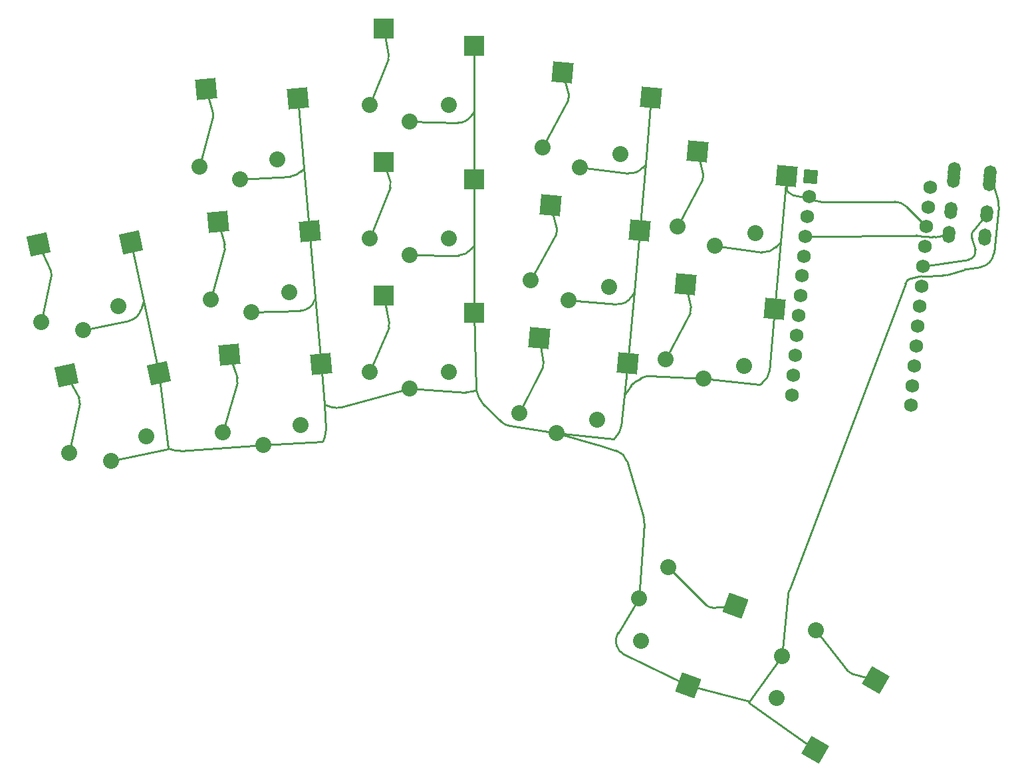
<source format=gbr>
%TF.GenerationSoftware,KiCad,Pcbnew,6.0.1-1.fc35*%
%TF.CreationDate,2022-01-21T00:59:50-05:00*%
%TF.ProjectId,a_dux_30,615f6475-785f-4333-902e-6b696361645f,v1.0.0*%
%TF.SameCoordinates,Original*%
%TF.FileFunction,Copper,L2,Bot*%
%TF.FilePolarity,Positive*%
%FSLAX46Y46*%
G04 Gerber Fmt 4.6, Leading zero omitted, Abs format (unit mm)*
G04 Created by KiCad (PCBNEW 6.0.1-1.fc35) date 2022-01-21 00:59:50*
%MOMM*%
%LPD*%
G01*
G04 APERTURE LIST*
G04 Aperture macros list*
%AMHorizOval*
0 Thick line with rounded ends*
0 $1 width*
0 $2 $3 position (X,Y) of the first rounded end (center of the circle)*
0 $4 $5 position (X,Y) of the second rounded end (center of the circle)*
0 Add line between two ends*
20,1,$1,$2,$3,$4,$5,0*
0 Add two circle primitives to create the rounded ends*
1,1,$1,$2,$3*
1,1,$1,$4,$5*%
%AMRotRect*
0 Rectangle, with rotation*
0 The origin of the aperture is its center*
0 $1 length*
0 $2 width*
0 $3 Rotation angle, in degrees counterclockwise*
0 Add horizontal line*
21,1,$1,$2,0,0,$3*%
G04 Aperture macros list end*
%TA.AperFunction,SMDPad,CuDef*%
%ADD10R,2.600000X2.600000*%
%TD*%
%TA.AperFunction,SMDPad,CuDef*%
%ADD11RotRect,2.600000X2.600000X355.000000*%
%TD*%
%TA.AperFunction,ComponentPad*%
%ADD12C,2.032000*%
%TD*%
%TA.AperFunction,ComponentPad*%
%ADD13HorizOval,1.600000X0.026147X0.298858X-0.026147X-0.298858X0*%
%TD*%
%TA.AperFunction,SMDPad,CuDef*%
%ADD14RotRect,2.600000X2.600000X12.000000*%
%TD*%
%TA.AperFunction,SMDPad,CuDef*%
%ADD15RotRect,2.600000X2.600000X5.000000*%
%TD*%
%TA.AperFunction,ComponentPad*%
%ADD16RotRect,1.752600X1.752600X265.000000*%
%TD*%
%TA.AperFunction,ComponentPad*%
%ADD17C,1.752600*%
%TD*%
%TA.AperFunction,SMDPad,CuDef*%
%ADD18RotRect,2.600000X2.600000X250.000000*%
%TD*%
%TA.AperFunction,SMDPad,CuDef*%
%ADD19RotRect,2.600000X2.600000X240.000000*%
%TD*%
%TA.AperFunction,Conductor*%
%ADD20C,0.250000*%
%TD*%
G04 APERTURE END LIST*
D10*
%TO.P,S15,1*%
%TO.N,P18*%
X46850604Y65578531D03*
%TO.P,S15,2*%
%TO.N,GND*%
X58400604Y63378531D03*
%TD*%
D11*
%TO.P,S21,1*%
%TO.N,P16*%
X69626585Y59980588D03*
%TO.P,S21,2*%
%TO.N,GND*%
X80940891Y56782310D03*
%TD*%
D12*
%TO.P,S4,1*%
%TO.N,P5*%
X13077306Y30208126D03*
X3295830Y28129009D03*
%TO.P,S4,2*%
%TO.N,GND*%
X8623183Y27114457D03*
X8623183Y27114457D03*
%TD*%
D13*
%TO.P,REF\u002A\u002A,1*%
%TO.N,GND*%
X119498052Y47436268D03*
X124080548Y47035352D03*
%TO.P,REF\u002A\u002A,2*%
X119402181Y46340454D03*
X123984676Y45939538D03*
%TO.P,REF\u002A\u002A,3*%
%TO.N,P2*%
X119053558Y42355675D03*
X123636053Y41954759D03*
%TO.P,REF\u002A\u002A,4*%
%TO.N,VCC*%
X118792090Y39367091D03*
X123374586Y38966175D03*
%TD*%
D10*
%TO.P,S11,1*%
%TO.N,P1*%
X46850604Y31578531D03*
%TO.P,S11,2*%
%TO.N,GND*%
X58400604Y29378531D03*
%TD*%
D12*
%TO.P,S30,1*%
%TO.N,P9*%
X101903347Y-11114876D03*
X96903347Y-19775130D03*
%TO.P,S30,2*%
%TO.N,GND*%
X97584694Y-14395003D03*
X97584694Y-14395003D03*
%TD*%
%TO.P,S12,1*%
%TO.N,P1*%
X55125604Y21828531D03*
X45125604Y21828531D03*
%TO.P,S12,2*%
%TO.N,GND*%
X50125604Y19728531D03*
X50125604Y19728531D03*
%TD*%
D10*
%TO.P,S13,1*%
%TO.N,P19*%
X46850604Y48578531D03*
%TO.P,S13,2*%
%TO.N,GND*%
X58400604Y46378531D03*
%TD*%
D14*
%TO.P,S1,1*%
%TO.N,P6*%
X6490495Y21396085D03*
%TO.P,S1,2*%
%TO.N,GND*%
X18245506Y21645541D03*
%TD*%
D12*
%TO.P,S16,1*%
%TO.N,P18*%
X45125604Y55828531D03*
X55125604Y55828531D03*
%TO.P,S16,2*%
%TO.N,GND*%
X50125604Y53728531D03*
X50125604Y53728531D03*
%TD*%
%TO.P,S6,1*%
%TO.N,P4*%
X36318499Y15000173D03*
X26356552Y14128615D03*
%TO.P,S6,2*%
%TO.N,GND*%
X31520553Y12472385D03*
X31520553Y12472385D03*
%TD*%
D11*
%TO.P,S23,1*%
%TO.N,P10*%
X85335619Y33008820D03*
%TO.P,S23,2*%
%TO.N,GND*%
X96649925Y29810542D03*
%TD*%
D12*
%TO.P,S26,1*%
%TO.N,P20*%
X84249062Y40381575D03*
X94211009Y39510017D03*
%TO.P,S26,2*%
%TO.N,GND*%
X89047008Y37853787D03*
X89047008Y37853787D03*
%TD*%
D14*
%TO.P,S3,1*%
%TO.N,P5*%
X2955996Y38024595D03*
%TO.P,S3,2*%
%TO.N,GND*%
X14711007Y38274051D03*
%TD*%
D15*
%TO.P,S5,1*%
%TO.N,P4*%
X27225220Y23991857D03*
%TO.P,S5,2*%
%TO.N,GND*%
X38923011Y22806878D03*
%TD*%
D12*
%TO.P,S14,1*%
%TO.N,P19*%
X55125604Y38828531D03*
X45125604Y38828531D03*
%TO.P,S14,2*%
%TO.N,GND*%
X50125604Y36728531D03*
X50125604Y36728531D03*
%TD*%
%TO.P,S10,1*%
%TO.N,P0*%
X23393257Y47999235D03*
X33355204Y48870793D03*
%TO.P,S10,2*%
%TO.N,GND*%
X28557258Y46343005D03*
X28557258Y46343005D03*
%TD*%
D16*
%TO.P,MCU1,1*%
%TO.N,RAW*%
X101243931Y46694397D03*
D17*
%TO.P,MCU1,2*%
%TO.N,GND*%
X101022556Y44164062D03*
%TO.P,MCU1,3*%
%TO.N,RST*%
X100801180Y41633728D03*
%TO.P,MCU1,4*%
%TO.N,VCC*%
X100579804Y39103393D03*
%TO.P,MCU1,5*%
%TO.N,P21*%
X100358429Y36573059D03*
%TO.P,MCU1,6*%
%TO.N,P20*%
X100137053Y34042724D03*
%TO.P,MCU1,7*%
%TO.N,P19*%
X99915678Y31512389D03*
%TO.P,MCU1,8*%
%TO.N,P18*%
X99694302Y28982055D03*
%TO.P,MCU1,9*%
%TO.N,P15*%
X99472926Y26451720D03*
%TO.P,MCU1,10*%
%TO.N,P14*%
X99251551Y23921386D03*
%TO.P,MCU1,11*%
%TO.N,P16*%
X99030175Y21391051D03*
%TO.P,MCU1,12*%
%TO.N,P10*%
X98808800Y18860717D03*
%TO.P,MCU1,13*%
%TO.N,P1*%
X116425938Y45366143D03*
%TO.P,MCU1,14*%
%TO.N,P0*%
X116204563Y42835809D03*
%TO.P,MCU1,15*%
%TO.N,GND*%
X115983187Y40305474D03*
%TO.P,MCU1,16*%
X115761812Y37775140D03*
%TO.P,MCU1,17*%
%TO.N,P2*%
X115540436Y35244805D03*
%TO.P,MCU1,18*%
%TO.N,P3*%
X115319060Y32714471D03*
%TO.P,MCU1,19*%
%TO.N,P4*%
X115097685Y30184136D03*
%TO.P,MCU1,20*%
%TO.N,P5*%
X114876309Y27653801D03*
%TO.P,MCU1,21*%
%TO.N,P6*%
X114654934Y25123467D03*
%TO.P,MCU1,22*%
%TO.N,P7*%
X114433558Y22593132D03*
%TO.P,MCU1,23*%
%TO.N,P8*%
X114212182Y20062798D03*
%TO.P,MCU1,24*%
%TO.N,P9*%
X113990807Y17532463D03*
%TD*%
D11*
%TO.P,S19,1*%
%TO.N,P14*%
X68144938Y43045278D03*
%TO.P,S19,2*%
%TO.N,GND*%
X79459244Y39847000D03*
%TD*%
D12*
%TO.P,S24,1*%
%TO.N,P10*%
X82767415Y23446265D03*
X92729362Y22574707D03*
%TO.P,S24,2*%
%TO.N,GND*%
X87565361Y20918477D03*
X87565361Y20918477D03*
%TD*%
%TO.P,S28,1*%
%TO.N,P8*%
X83081242Y-3068843D03*
X79661040Y-12465770D03*
%TO.P,S28,2*%
%TO.N,GND*%
X79397787Y-7049064D03*
X79397787Y-7049064D03*
%TD*%
D11*
%TO.P,S17,1*%
%TO.N,P15*%
X66663290Y26109968D03*
%TO.P,S17,2*%
%TO.N,GND*%
X77977596Y22911690D03*
%TD*%
D18*
%TO.P,S27,1*%
%TO.N,P8*%
X91653260Y-8024510D03*
%TO.P,S27,2*%
%TO.N,GND*%
X85635604Y-18125515D03*
%TD*%
D12*
%TO.P,S20,1*%
%TO.N,P14*%
X65576734Y33482723D03*
X75538681Y32611165D03*
%TO.P,S20,2*%
%TO.N,GND*%
X70374680Y30954935D03*
X70374680Y30954935D03*
%TD*%
D11*
%TO.P,S25,1*%
%TO.N,P20*%
X86817266Y49944130D03*
%TO.P,S25,2*%
%TO.N,GND*%
X98131572Y46745852D03*
%TD*%
D12*
%TO.P,S2,1*%
%TO.N,P6*%
X16611805Y13579616D03*
X6830329Y11500499D03*
%TO.P,S2,2*%
%TO.N,GND*%
X12157682Y10485947D03*
X12157682Y10485947D03*
%TD*%
%TO.P,S22,1*%
%TO.N,P16*%
X77020328Y49546475D03*
X67058381Y50418033D03*
%TO.P,S22,2*%
%TO.N,GND*%
X71856327Y47890245D03*
X71856327Y47890245D03*
%TD*%
D19*
%TO.P,S29,1*%
%TO.N,P9*%
X109484595Y-17483770D03*
%TO.P,S29,2*%
%TO.N,GND*%
X101804339Y-26386363D03*
%TD*%
D12*
%TO.P,S8,1*%
%TO.N,P3*%
X24874904Y31063925D03*
X34836851Y31935483D03*
%TO.P,S8,2*%
%TO.N,GND*%
X30038905Y29407695D03*
X30038905Y29407695D03*
%TD*%
D15*
%TO.P,S9,1*%
%TO.N,P0*%
X24261925Y57862477D03*
%TO.P,S9,2*%
%TO.N,GND*%
X35959716Y56677498D03*
%TD*%
%TO.P,S7,1*%
%TO.N,P3*%
X25743572Y40927167D03*
%TO.P,S7,2*%
%TO.N,GND*%
X37441363Y39742188D03*
%TD*%
D12*
%TO.P,S18,1*%
%TO.N,P15*%
X74057033Y15675855D03*
X64095086Y16547413D03*
%TO.P,S18,2*%
%TO.N,GND*%
X68893032Y14019625D03*
X68893032Y14019625D03*
%TD*%
D20*
%TO.N,P6*%
X8154513Y17803587D02*
X6830329Y11500499D01*
X6490495Y21396085D02*
X8056673Y18482679D01*
X8056673Y18482679D02*
G75*
G02*
X8154513Y17803587I-880802J-473495D01*
G01*
%TO.N,GND*%
X99764365Y44164062D02*
X101022556Y44164062D01*
X39371220Y13538287D02*
X39090600Y12903200D01*
X41451942Y17290694D02*
X50125604Y19728531D01*
X74148678Y12502378D02*
X68893032Y14019625D01*
X58400604Y55086596D02*
X58400604Y38004404D01*
X38923011Y22806878D02*
X39302656Y17661856D01*
X57322570Y19186432D02*
X50125604Y19728531D01*
X38181010Y31287990D02*
X38923011Y22806878D01*
X58674000Y19507200D02*
X59003938Y18534752D01*
X80940891Y56782310D02*
X80202857Y48346543D01*
X97402402Y38411398D02*
X96817635Y37739970D01*
X35959716Y56677498D02*
X36733484Y47833284D01*
X80202857Y48346543D02*
X78776540Y32043660D01*
X77532460Y18833060D02*
X77094653Y14821592D01*
X16281318Y30886318D02*
X18245506Y21645541D01*
X95050639Y37070316D02*
X89047008Y37853787D01*
X78776540Y32043660D02*
X78452970Y31459748D01*
X80704698Y21256020D02*
X87565361Y20918477D01*
X101100831Y44085787D02*
X101022556Y44164062D01*
X58400604Y29378531D02*
X58674000Y19507200D01*
X93429755Y-20201555D02*
X97584694Y-14395003D01*
X95060004Y20397936D02*
X94742000Y20193000D01*
X58400604Y38004404D02*
X58400604Y29378531D01*
X120863579Y34859579D02*
X118546615Y34173071D01*
X56399804Y36663187D02*
X50125604Y36728531D01*
X34983104Y46735986D02*
X28557258Y46343005D01*
X80202857Y48346543D02*
X79843487Y47885094D01*
X78776540Y32043660D02*
X77977596Y22911690D01*
X36733484Y47833284D02*
X38181010Y31287990D01*
X38181010Y31287990D02*
X38092020Y31002320D01*
X98131572Y44968428D02*
X98350152Y44749848D01*
X101804339Y-26386363D02*
X93345000Y-20320000D01*
X76535809Y30436195D02*
X70374680Y30954935D01*
X76123800Y13258800D02*
X68893032Y14019625D01*
X98373623Y-6561888D02*
X97584694Y-14395003D01*
X125162930Y42910766D02*
X125000771Y41208093D01*
X113299653Y33035083D02*
X98493237Y-6053854D01*
X118042921Y34091707D02*
X115365440Y34005337D01*
X20958719Y11757405D02*
X31520553Y12472385D01*
X124080548Y47035352D02*
X125087755Y43674537D01*
X18245506Y21645541D02*
X19445106Y12053706D01*
X78020438Y47129044D02*
X71856327Y47890245D01*
X58400604Y55086596D02*
X58121311Y54590900D01*
X93345000Y-20320000D02*
X93429755Y-20201555D01*
X19456400Y11963400D02*
X12157682Y10485947D01*
X98131572Y46745852D02*
X98131572Y44968428D01*
X58674000Y19507200D02*
X58215572Y19323829D01*
X115037690Y33967538D02*
X113700000Y33700000D01*
X76455997Y13562523D02*
X76123800Y13258800D01*
X39090600Y12903200D02*
X31520553Y12472385D01*
X124999163Y41191913D02*
X124560002Y36946686D01*
X36243865Y29598094D02*
X30038905Y29407695D01*
X94742000Y20193000D02*
X87565361Y20918477D01*
X79958728Y3239584D02*
X77824703Y10431248D01*
X59495320Y17751587D02*
X61817542Y15467125D01*
X19445106Y12053706D02*
X19456400Y11963400D01*
X97402402Y38411398D02*
X96649925Y29810542D01*
X111960234Y43500000D02*
X102515045Y43500000D01*
X14711007Y38274051D02*
X16281318Y30886318D01*
X58400604Y38004404D02*
X58059516Y37516755D01*
X58400604Y63378531D02*
X58400604Y55086596D01*
X78982053Y20626298D02*
X79598675Y20985994D01*
X93429755Y-20201555D02*
X85635604Y-18125515D01*
X16281318Y30886318D02*
X15970360Y29754324D01*
X115983187Y40305474D02*
X113374447Y42914214D01*
X96649925Y29810542D02*
X95969223Y21907451D01*
X36733484Y47833284D02*
X36363459Y47412151D01*
X76719990Y-11440767D02*
X79397787Y-7049064D01*
X39302656Y17661856D02*
X39536424Y14493793D01*
X76500590Y11772283D02*
X74187207Y12490834D01*
X98131572Y46745852D02*
X97402402Y38411398D01*
X39302656Y17661856D02*
X40246742Y17329547D01*
X122861606Y35173766D02*
X121140768Y34920701D01*
X62923453Y14915008D02*
X68893032Y14019625D01*
X77532460Y18833060D02*
X78332108Y20017701D01*
X19445106Y12053706D02*
X20301714Y11822140D01*
X113700000Y33700000D02*
X113569971Y33526629D01*
X14449007Y28325991D02*
X8623183Y27114457D01*
X56328820Y53573286D02*
X50125604Y53728531D01*
X85635604Y-18125515D02*
X77568460Y-14288032D01*
X77977596Y22911690D02*
X77532460Y18833060D01*
X79397787Y-7049064D02*
X80036931Y2537587D01*
X98350152Y44749848D02*
G75*
G03*
X99764365Y44164062I1414213J1414214D01*
G01*
X80036930Y2537587D02*
G75*
G03*
X79958727Y3239584I-1995535J133050D01*
G01*
X78020438Y47129044D02*
G75*
G03*
X79843487Y47885094I245115J1984925D01*
G01*
X76500590Y11772282D02*
G75*
G02*
X77824703Y10431248I-593252J-1909985D01*
G01*
X78332109Y20017700D02*
G75*
G02*
X78982053Y20626297I1657685J-1118958D01*
G01*
X56328820Y53573286D02*
G75*
G03*
X58121311Y54590900I50036J1999374D01*
G01*
X113569972Y33526629D02*
G75*
G03*
X113299654Y33035083I1600070J-1200035D01*
G01*
X58215572Y19323829D02*
G75*
G02*
X57322570Y19186433I-742781J1856953D01*
G01*
X77568460Y-14288031D02*
G75*
G02*
X76719991Y-11440767I859134J1806069D01*
G01*
X62923453Y14915009D02*
G75*
G02*
X61817543Y15467126I296665J1977879D01*
G01*
X76455997Y13562523D02*
G75*
G03*
X77094652Y14821592I-1349533J1476055D01*
G01*
X124999162Y41191913D02*
G75*
G03*
X125000770Y41208093I-1920677J199051D01*
G01*
X36243865Y29598095D02*
G75*
G03*
X38092019Y31002320I-61339J1999056D01*
G01*
X58059515Y37516755D02*
G75*
G02*
X56399804Y36663187I-1638885J1146326D01*
G01*
X95969223Y21907451D02*
G75*
G02*
X95060004Y20397936I-1992616J171623D01*
G01*
X20301714Y11822140D02*
G75*
G03*
X20958719Y11757405I521923J1930683D01*
G01*
X36363458Y47412152D02*
G75*
G02*
X34983104Y46735987I-1502440J1320109D01*
G01*
X76535809Y30436195D02*
G75*
G03*
X78452969Y31459748I167797J1992949D01*
G01*
X113374447Y42914214D02*
G75*
G03*
X111960234Y43500000I-1414213J-1414214D01*
G01*
X14449007Y28325992D02*
G75*
G03*
X15970359Y29754324I-407205J1958105D01*
G01*
X59495320Y17751587D02*
G75*
G02*
X59003938Y18534752I1402590J1425765D01*
G01*
X122861606Y35173767D02*
G75*
G03*
X124560002Y36946686I-290987J1978717D01*
G01*
X74187207Y12490834D02*
G75*
G03*
X74148678Y12502378I-591709J-1904807D01*
G01*
X95050639Y37070316D02*
G75*
G03*
X96817635Y37739970I258807J1983179D01*
G01*
X125087754Y43674537D02*
G75*
G02*
X125162929Y42910766I-1915833J-574153D01*
G01*
X40246742Y17329548D02*
G75*
G03*
X41451942Y17290694I664045J1886550D01*
G01*
X121140768Y34920701D02*
G75*
G03*
X120863579Y34859579I290964J-1978613D01*
G01*
X102515045Y43500001D02*
G75*
G02*
X101100832Y44085788I0J1999999D01*
G01*
X39536423Y14493793D02*
G75*
G02*
X39371220Y13538287I-1994586J-147177D01*
G01*
X115037690Y33967538D02*
G75*
G02*
X115365440Y34005337I392242J-1961237D01*
G01*
X98493237Y-6053854D02*
G75*
G03*
X98373623Y-6561888I1870240J-708437D01*
G01*
X118042921Y34091708D02*
G75*
G03*
X118546615Y34173072I-64486J1998982D01*
G01*
X79598675Y20985994D02*
G75*
G02*
X80704698Y21256020I1007743J-1727560D01*
G01*
%TO.N,P5*%
X4554415Y34165223D02*
X3295830Y28129009D01*
X2955996Y38024595D02*
X4479796Y34796178D01*
X4479796Y34796178D02*
G75*
G02*
X4554414Y34165223I-904322J-426838D01*
G01*
%TO.N,P4*%
X27225220Y23991857D02*
X28219354Y21052352D01*
X28230780Y20447622D02*
X26356552Y14128615D01*
X28230779Y20447622D02*
G75*
G03*
X28219354Y21052352I-958707J284359D01*
G01*
%TO.N,P3*%
X25743572Y40927167D02*
X26611082Y38095796D01*
X26620520Y37542687D02*
X24874904Y31063925D01*
X26620520Y37542687D02*
G75*
G03*
X26611081Y38095796I-965557J260159D01*
G01*
%TO.N,P0*%
X24261925Y57862477D02*
X25120832Y54827626D01*
X25122847Y54290212D02*
X23393257Y47999235D01*
X25122846Y54290212D02*
G75*
G03*
X25120831Y54827626I-964216J265096D01*
G01*
%TO.N,P1*%
X46850604Y31578531D02*
X47563237Y28089950D01*
X47505641Y27503023D02*
X45125604Y21828531D01*
X47505641Y27503023D02*
G75*
G03*
X47563237Y28089950I-922171J386783D01*
G01*
%TO.N,P19*%
X47693834Y45304961D02*
X45125604Y38828531D01*
X46850604Y48578531D02*
X47713001Y45989625D01*
X47713000Y45989625D02*
G75*
G02*
X47693834Y45304961I-948739J-316041D01*
G01*
%TO.N,P18*%
X46850604Y65578531D02*
X47493739Y62236707D01*
X47441571Y61679693D02*
X45125604Y55828531D01*
X47441571Y61679693D02*
G75*
G03*
X47493739Y62236707I-929815J368033D01*
G01*
%TO.N,P15*%
X67126918Y22378911D02*
X64095086Y16547413D01*
X66663290Y26109968D02*
X67223634Y23018550D01*
X67223633Y23018550D02*
G75*
G02*
X67126917Y22378911I-983971J-178351D01*
G01*
%TO.N,P14*%
X68797668Y39356051D02*
X65576734Y33482723D01*
X68144938Y43045278D02*
X68890648Y40080844D01*
X68890648Y40080844D02*
G75*
G02*
X68797668Y39356051I-969790J-243951D01*
G01*
%TO.N,P16*%
X69626585Y59980588D02*
X70401718Y57208479D01*
X70318848Y56464567D02*
X67058381Y50418033D01*
X70318847Y56464567D02*
G75*
G03*
X70401717Y57208479I-880190J474623D01*
G01*
%TO.N,P10*%
X85335619Y33008820D02*
X85978013Y30048321D01*
X85885659Y29370495D02*
X82767415Y23446265D01*
X85885658Y29370495D02*
G75*
G03*
X85978012Y30048321I-884903J465773D01*
G01*
%TO.N,P20*%
X87424973Y46299678D02*
X84249062Y40381575D01*
X86817266Y49944130D02*
X87516687Y47003962D01*
X87516687Y47003962D02*
G75*
G02*
X87424973Y46299678I-972863J-231424D01*
G01*
%TO.N,P8*%
X91653260Y-8024510D02*
X88718675Y-8224138D01*
X87943536Y-7933387D02*
X83081242Y-3068843D01*
X87943536Y-7933387D02*
G75*
G03*
X88718675Y-8224137I707269J706941D01*
G01*
%TO.N,P9*%
X109484595Y-17483770D02*
X106363963Y-16600300D01*
X105843140Y-16247047D02*
X101903347Y-11114876D01*
X105843141Y-16247046D02*
G75*
G03*
X106363963Y-16600299I793222J608930D01*
G01*
%TO.N,VCC*%
X114651211Y39199666D02*
X100579804Y39103393D01*
X118792090Y39367091D02*
X117039490Y39027063D01*
X116758492Y39012864D02*
X114748589Y39195583D01*
X116758492Y39012864D02*
G75*
G03*
X117039490Y39027063I90532J995939D01*
G01*
X114748589Y39195583D02*
G75*
G03*
X114651211Y39199666I-90551J-996353D01*
G01*
%TO.N,P2*%
X121822369Y38623307D02*
X122179940Y37397349D01*
X123636053Y41954759D02*
X121958967Y39828349D01*
X121369845Y36128648D02*
X115540436Y35244805D01*
X121751869Y39085047D02*
X121790091Y38779272D01*
X121751870Y39085047D02*
G75*
G02*
X121958967Y39828349I992287J124032D01*
G01*
X121790091Y38779272D02*
G75*
G03*
X121822369Y38623307I992289J124038D01*
G01*
X121369845Y36128649D02*
G75*
G03*
X122179940Y37397349I-149905J988700D01*
G01*
%TD*%
M02*

</source>
